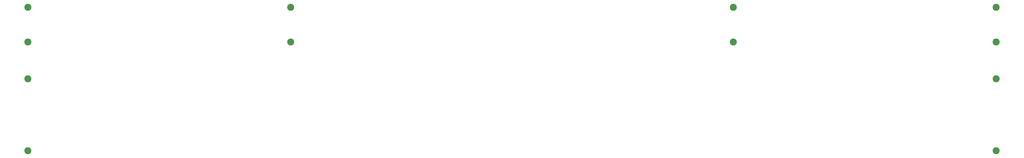
<source format=gts>
G04 Layer: TopSolderMaskLayer*
G04 EasyEDA v6.5.34, 2023-08-10 19:24:47*
G04 a810411b0ee44f5284a9ba5631e6e320,5a6b42c53f6a479593ecc07194224c93,10*
G04 Gerber Generator version 0.2*
G04 Scale: 100 percent, Rotated: No, Reflected: No *
G04 Dimensions in millimeters *
G04 leading zeros omitted , absolute positions ,4 integer and 5 decimal *
%FSLAX45Y45*%
%MOMM*%

%ADD10C,3.1016*%

%LPD*%
D10*
G01*
X2794000Y3810000D03*
G01*
X2794000Y635000D03*
G01*
X45466000Y635000D03*
G01*
X45466000Y3810000D03*
G01*
X14376400Y6972300D03*
G01*
X14376400Y5435574D03*
G01*
X2794000Y6972300D03*
G01*
X2794000Y5435600D03*
G01*
X33883600Y5435574D03*
G01*
X33883600Y6972300D03*
G01*
X45466000Y6972300D03*
G01*
X45466000Y5435600D03*
M02*

</source>
